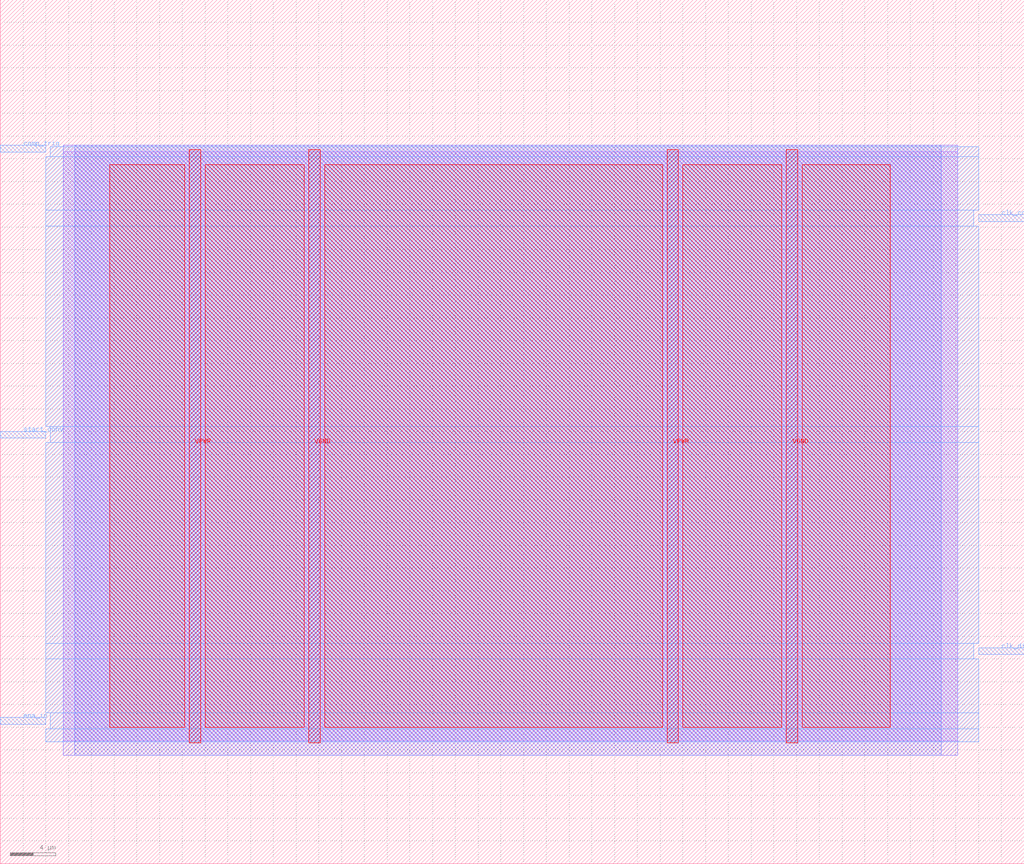
<source format=lef>
VERSION 5.7 ;
  NOWIREEXTENSIONATPIN ON ;
  DIVIDERCHAR "/" ;
  BUSBITCHARS "[]" ;
MACRO adc_clkgen_with_edgedetect
  CLASS BLOCK ;
  FOREIGN adc_clkgen_with_edgedetect ;
  ORIGIN 0.000 0.000 ;
  SIZE 90.000 BY 76.000 ;
  PIN VGND
    DIRECTION INOUT ;
    USE GROUND ;
    PORT
      LAYER met4 ;
        RECT 27.120 10.640 28.120 62.800 ;
    END
    PORT
      LAYER met4 ;
        RECT 69.120 10.640 70.120 62.800 ;
    END
  END VGND
  PIN VPWR
    DIRECTION INOUT ;
    USE POWER ;
    PORT
      LAYER met4 ;
        RECT 16.620 10.640 17.620 62.800 ;
    END
    PORT
      LAYER met4 ;
        RECT 58.620 10.640 59.620 62.800 ;
    END
  END VPWR
  PIN clk_comp
    DIRECTION OUTPUT TRISTATE ;
    USE SIGNAL ;
    PORT
      LAYER met3 ;
        RECT 86.000 56.480 90.000 57.080 ;
    END
  END clk_comp
  PIN clk_dig
    DIRECTION OUTPUT TRISTATE ;
    USE SIGNAL ;
    PORT
      LAYER met3 ;
        RECT 86.000 18.400 90.000 19.000 ;
    END
  END clk_dig
  PIN comp_trig
    DIRECTION INPUT ;
    USE SIGNAL ;
    PORT
      LAYER met3 ;
        RECT 0.000 62.600 4.000 63.200 ;
    END
  END comp_trig
  PIN ena_in
    DIRECTION INPUT ;
    USE SIGNAL ;
    PORT
      LAYER met3 ;
        RECT 0.000 12.280 4.000 12.880 ;
    END
  END ena_in
  PIN start_conv
    DIRECTION INPUT ;
    USE SIGNAL ;
    PORT
      LAYER met3 ;
        RECT 0.000 37.440 4.000 38.040 ;
    END
  END start_conv
  OBS
      LAYER li1 ;
        RECT 5.520 10.795 84.180 62.645 ;
      LAYER met1 ;
        RECT 5.520 9.560 84.180 63.200 ;
      LAYER met2 ;
        RECT 6.530 9.530 82.710 63.230 ;
      LAYER met3 ;
        RECT 4.400 62.200 86.000 63.065 ;
        RECT 4.000 57.480 86.000 62.200 ;
        RECT 4.000 56.080 85.600 57.480 ;
        RECT 4.000 38.440 86.000 56.080 ;
        RECT 4.400 37.040 86.000 38.440 ;
        RECT 4.000 19.400 86.000 37.040 ;
        RECT 4.000 18.000 85.600 19.400 ;
        RECT 4.000 13.280 86.000 18.000 ;
        RECT 4.400 11.880 86.000 13.280 ;
        RECT 4.000 10.715 86.000 11.880 ;
      LAYER met4 ;
        RECT 9.630 12.010 16.220 61.490 ;
        RECT 18.020 12.010 26.720 61.490 ;
        RECT 28.520 12.010 58.220 61.490 ;
        RECT 60.020 12.010 68.720 61.490 ;
        RECT 70.520 12.010 78.230 61.490 ;
  END
END adc_clkgen_with_edgedetect
END LIBRARY


</source>
